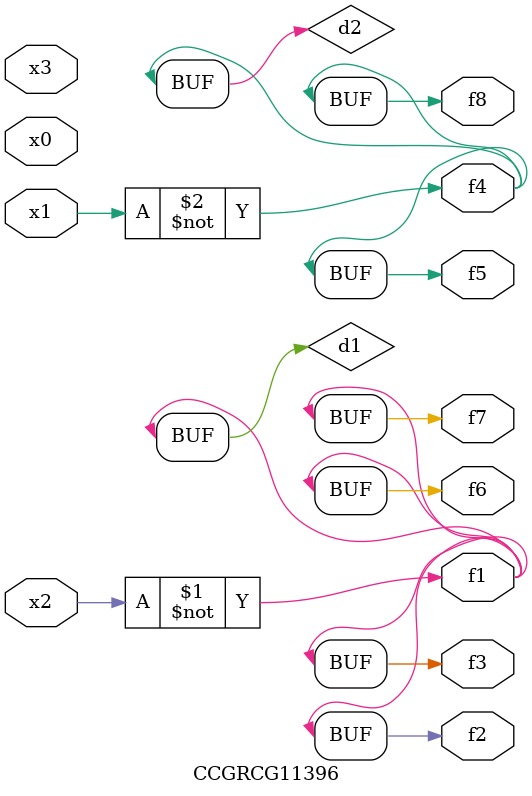
<source format=v>
module CCGRCG11396(
	input x0, x1, x2, x3,
	output f1, f2, f3, f4, f5, f6, f7, f8
);

	wire d1, d2;

	xnor (d1, x2);
	not (d2, x1);
	assign f1 = d1;
	assign f2 = d1;
	assign f3 = d1;
	assign f4 = d2;
	assign f5 = d2;
	assign f6 = d1;
	assign f7 = d1;
	assign f8 = d2;
endmodule

</source>
